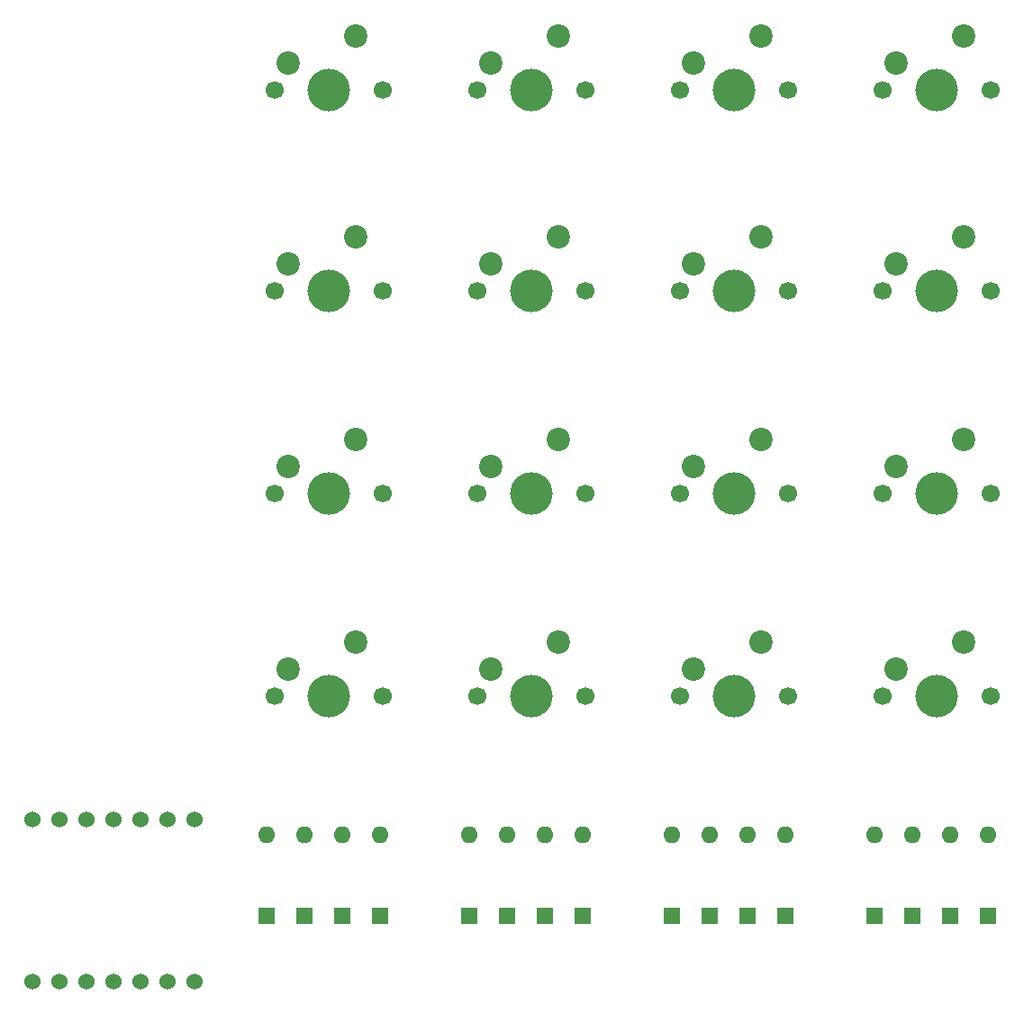
<source format=gbr>
%TF.GenerationSoftware,KiCad,Pcbnew,8.0.8*%
%TF.CreationDate,2025-02-17T14:53:19+01:00*%
%TF.ProjectId,macropad,6d616372-6f70-4616-942e-6b696361645f,rev?*%
%TF.SameCoordinates,Original*%
%TF.FileFunction,Soldermask,Bot*%
%TF.FilePolarity,Negative*%
%FSLAX46Y46*%
G04 Gerber Fmt 4.6, Leading zero omitted, Abs format (unit mm)*
G04 Created by KiCad (PCBNEW 8.0.8) date 2025-02-17 14:53:19*
%MOMM*%
%LPD*%
G01*
G04 APERTURE LIST*
%ADD10C,1.700000*%
%ADD11C,4.000000*%
%ADD12C,2.200000*%
%ADD13R,1.600000X1.600000*%
%ADD14O,1.600000X1.600000*%
%ADD15C,1.524000*%
G04 APERTURE END LIST*
D10*
%TO.C,SW11*%
X197145000Y-71352500D03*
D11*
X202225000Y-71352500D03*
D10*
X207305000Y-71352500D03*
D12*
X204765000Y-66272500D03*
X198415000Y-68812500D03*
%TD*%
D13*
%TO.C,D16*%
X219025000Y-111063750D03*
D14*
X219025000Y-103443750D03*
%TD*%
D10*
%TO.C,SW5*%
X178095000Y-33397500D03*
D11*
X183175000Y-33397500D03*
D10*
X188255000Y-33397500D03*
D12*
X185715000Y-28317500D03*
X179365000Y-30857500D03*
%TD*%
D10*
%TO.C,SW13*%
X216195000Y-33397500D03*
D11*
X221275000Y-33397500D03*
D10*
X226355000Y-33397500D03*
D12*
X223815000Y-28317500D03*
X217465000Y-30857500D03*
%TD*%
D10*
%TO.C,SW10*%
X197145000Y-52302500D03*
D11*
X202225000Y-52302500D03*
D10*
X207305000Y-52302500D03*
D12*
X204765000Y-47222500D03*
X198415000Y-49762500D03*
%TD*%
D10*
%TO.C,SW12*%
X197145000Y-90402500D03*
D11*
X202225000Y-90402500D03*
D10*
X207305000Y-90402500D03*
D12*
X204765000Y-85322500D03*
X198415000Y-87862500D03*
%TD*%
D13*
%TO.C,D7*%
X177375000Y-111063750D03*
D14*
X177375000Y-103443750D03*
%TD*%
D13*
%TO.C,D12*%
X199975000Y-111063750D03*
D14*
X199975000Y-103443750D03*
%TD*%
D13*
%TO.C,D11*%
X196425000Y-111063750D03*
D14*
X196425000Y-103443750D03*
%TD*%
D13*
%TO.C,D8*%
X180925000Y-111063750D03*
D14*
X180925000Y-103443750D03*
%TD*%
D13*
%TO.C,D6*%
X168975000Y-111063750D03*
D14*
X168975000Y-103443750D03*
%TD*%
D10*
%TO.C,SW16*%
X216195000Y-90402500D03*
D11*
X221275000Y-90402500D03*
D10*
X226355000Y-90402500D03*
D12*
X223815000Y-85322500D03*
X217465000Y-87862500D03*
%TD*%
D10*
%TO.C,SW8*%
X178095000Y-90402500D03*
D11*
X183175000Y-90402500D03*
D10*
X188255000Y-90402500D03*
D12*
X185715000Y-85322500D03*
X179365000Y-87862500D03*
%TD*%
D13*
%TO.C,D15*%
X215475000Y-111063750D03*
D14*
X215475000Y-103443750D03*
%TD*%
D13*
%TO.C,D14*%
X207075000Y-111063750D03*
D14*
X207075000Y-103443750D03*
%TD*%
D10*
%TO.C,SW4*%
X159045000Y-90402500D03*
D11*
X164125000Y-90402500D03*
D10*
X169205000Y-90402500D03*
D12*
X166665000Y-85322500D03*
X160315000Y-87862500D03*
%TD*%
D13*
%TO.C,D10*%
X188025000Y-111063750D03*
D14*
X188025000Y-103443750D03*
%TD*%
D13*
%TO.C,D18*%
X226125000Y-111063750D03*
D14*
X226125000Y-103443750D03*
%TD*%
D10*
%TO.C,SW9*%
X197145000Y-33397500D03*
D11*
X202225000Y-33397500D03*
D10*
X207305000Y-33397500D03*
D12*
X204765000Y-28317500D03*
X198415000Y-30857500D03*
%TD*%
D13*
%TO.C,D4*%
X161875000Y-111063750D03*
D14*
X161875000Y-103443750D03*
%TD*%
D10*
%TO.C,SW15*%
X216195000Y-71352500D03*
D11*
X221275000Y-71352500D03*
D10*
X226355000Y-71352500D03*
D12*
X223815000Y-66272500D03*
X217465000Y-68812500D03*
%TD*%
D13*
%TO.C,D9*%
X184475000Y-111063750D03*
D14*
X184475000Y-103443750D03*
%TD*%
D10*
%TO.C,SW14*%
X216195000Y-52302500D03*
D11*
X221275000Y-52302500D03*
D10*
X226355000Y-52302500D03*
D12*
X223815000Y-47222500D03*
X217465000Y-49762500D03*
%TD*%
D13*
%TO.C,D17*%
X222575000Y-111063750D03*
D14*
X222575000Y-103443750D03*
%TD*%
D10*
%TO.C,SW2*%
X159045000Y-52302500D03*
D11*
X164125000Y-52302500D03*
D10*
X169205000Y-52302500D03*
D12*
X166665000Y-47222500D03*
X160315000Y-49762500D03*
%TD*%
D10*
%TO.C,SW6*%
X178095000Y-52302500D03*
D11*
X183175000Y-52302500D03*
D10*
X188255000Y-52302500D03*
D12*
X185715000Y-47222500D03*
X179365000Y-49762500D03*
%TD*%
D13*
%TO.C,D5*%
X165425000Y-111063750D03*
D14*
X165425000Y-103443750D03*
%TD*%
D10*
%TO.C,SW1*%
X159045000Y-33397500D03*
D11*
X164125000Y-33397500D03*
D10*
X169205000Y-33397500D03*
D12*
X166665000Y-28317500D03*
X160315000Y-30857500D03*
%TD*%
D10*
%TO.C,SW7*%
X178095000Y-71352500D03*
D11*
X183175000Y-71352500D03*
D10*
X188255000Y-71352500D03*
D12*
X185715000Y-66272500D03*
X179365000Y-68812500D03*
%TD*%
D15*
%TO.C,U1*%
X136290275Y-117255000D03*
X138830275Y-117255000D03*
X141370275Y-117255000D03*
X143910275Y-117255000D03*
X146450275Y-117255000D03*
X148990275Y-117255000D03*
X151530275Y-117255000D03*
X151530275Y-102015000D03*
X148990275Y-102015000D03*
X146450275Y-102015000D03*
X143910275Y-102015000D03*
X141370275Y-102015000D03*
X138830275Y-102015000D03*
X136290275Y-102015000D03*
%TD*%
D10*
%TO.C,SW3*%
X159045000Y-71352500D03*
D11*
X164125000Y-71352500D03*
D10*
X169205000Y-71352500D03*
D12*
X166665000Y-66272500D03*
X160315000Y-68812500D03*
%TD*%
D13*
%TO.C,D3*%
X158325000Y-111063750D03*
D14*
X158325000Y-103443750D03*
%TD*%
D13*
%TO.C,D13*%
X203525000Y-111063750D03*
D14*
X203525000Y-103443750D03*
%TD*%
M02*

</source>
